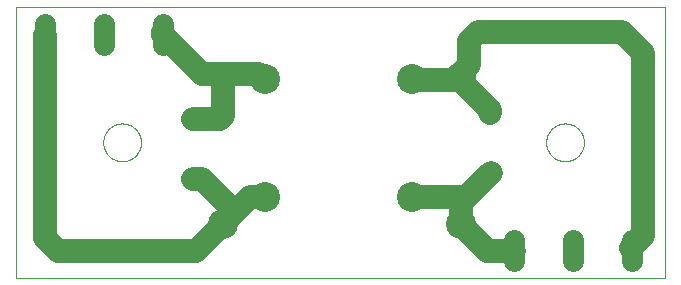
<source format=gbl>
G75*
%MOIN*%
%OFA0B0*%
%FSLAX25Y25*%
%IPPOS*%
%LPD*%
%AMOC8*
5,1,8,0,0,1.08239X$1,22.5*
%
%ADD10C,0.00000*%
%ADD11C,0.10000*%
%ADD12OC8,0.06300*%
%ADD13C,0.07050*%
%ADD14C,0.08000*%
D10*
X0001587Y0008595D02*
X0001587Y0099146D01*
X0217871Y0099146D01*
X0217871Y0008595D01*
X0001587Y0008595D01*
X0030595Y0053871D02*
X0030597Y0054029D01*
X0030603Y0054187D01*
X0030613Y0054345D01*
X0030627Y0054503D01*
X0030645Y0054660D01*
X0030666Y0054817D01*
X0030692Y0054973D01*
X0030722Y0055129D01*
X0030755Y0055284D01*
X0030793Y0055437D01*
X0030834Y0055590D01*
X0030879Y0055742D01*
X0030928Y0055893D01*
X0030981Y0056042D01*
X0031037Y0056190D01*
X0031097Y0056336D01*
X0031161Y0056481D01*
X0031229Y0056624D01*
X0031300Y0056766D01*
X0031374Y0056906D01*
X0031452Y0057043D01*
X0031534Y0057179D01*
X0031618Y0057313D01*
X0031707Y0057444D01*
X0031798Y0057573D01*
X0031893Y0057700D01*
X0031990Y0057825D01*
X0032091Y0057947D01*
X0032195Y0058066D01*
X0032302Y0058183D01*
X0032412Y0058297D01*
X0032525Y0058408D01*
X0032640Y0058517D01*
X0032758Y0058622D01*
X0032879Y0058724D01*
X0033002Y0058824D01*
X0033128Y0058920D01*
X0033256Y0059013D01*
X0033386Y0059103D01*
X0033519Y0059189D01*
X0033654Y0059273D01*
X0033790Y0059352D01*
X0033929Y0059429D01*
X0034070Y0059501D01*
X0034212Y0059571D01*
X0034356Y0059636D01*
X0034502Y0059698D01*
X0034649Y0059756D01*
X0034798Y0059811D01*
X0034948Y0059862D01*
X0035099Y0059909D01*
X0035251Y0059952D01*
X0035404Y0059991D01*
X0035559Y0060027D01*
X0035714Y0060058D01*
X0035870Y0060086D01*
X0036026Y0060110D01*
X0036183Y0060130D01*
X0036341Y0060146D01*
X0036498Y0060158D01*
X0036657Y0060166D01*
X0036815Y0060170D01*
X0036973Y0060170D01*
X0037131Y0060166D01*
X0037290Y0060158D01*
X0037447Y0060146D01*
X0037605Y0060130D01*
X0037762Y0060110D01*
X0037918Y0060086D01*
X0038074Y0060058D01*
X0038229Y0060027D01*
X0038384Y0059991D01*
X0038537Y0059952D01*
X0038689Y0059909D01*
X0038840Y0059862D01*
X0038990Y0059811D01*
X0039139Y0059756D01*
X0039286Y0059698D01*
X0039432Y0059636D01*
X0039576Y0059571D01*
X0039718Y0059501D01*
X0039859Y0059429D01*
X0039998Y0059352D01*
X0040134Y0059273D01*
X0040269Y0059189D01*
X0040402Y0059103D01*
X0040532Y0059013D01*
X0040660Y0058920D01*
X0040786Y0058824D01*
X0040909Y0058724D01*
X0041030Y0058622D01*
X0041148Y0058517D01*
X0041263Y0058408D01*
X0041376Y0058297D01*
X0041486Y0058183D01*
X0041593Y0058066D01*
X0041697Y0057947D01*
X0041798Y0057825D01*
X0041895Y0057700D01*
X0041990Y0057573D01*
X0042081Y0057444D01*
X0042170Y0057313D01*
X0042254Y0057179D01*
X0042336Y0057043D01*
X0042414Y0056906D01*
X0042488Y0056766D01*
X0042559Y0056624D01*
X0042627Y0056481D01*
X0042691Y0056336D01*
X0042751Y0056190D01*
X0042807Y0056042D01*
X0042860Y0055893D01*
X0042909Y0055742D01*
X0042954Y0055590D01*
X0042995Y0055437D01*
X0043033Y0055284D01*
X0043066Y0055129D01*
X0043096Y0054973D01*
X0043122Y0054817D01*
X0043143Y0054660D01*
X0043161Y0054503D01*
X0043175Y0054345D01*
X0043185Y0054187D01*
X0043191Y0054029D01*
X0043193Y0053871D01*
X0043191Y0053713D01*
X0043185Y0053555D01*
X0043175Y0053397D01*
X0043161Y0053239D01*
X0043143Y0053082D01*
X0043122Y0052925D01*
X0043096Y0052769D01*
X0043066Y0052613D01*
X0043033Y0052458D01*
X0042995Y0052305D01*
X0042954Y0052152D01*
X0042909Y0052000D01*
X0042860Y0051849D01*
X0042807Y0051700D01*
X0042751Y0051552D01*
X0042691Y0051406D01*
X0042627Y0051261D01*
X0042559Y0051118D01*
X0042488Y0050976D01*
X0042414Y0050836D01*
X0042336Y0050699D01*
X0042254Y0050563D01*
X0042170Y0050429D01*
X0042081Y0050298D01*
X0041990Y0050169D01*
X0041895Y0050042D01*
X0041798Y0049917D01*
X0041697Y0049795D01*
X0041593Y0049676D01*
X0041486Y0049559D01*
X0041376Y0049445D01*
X0041263Y0049334D01*
X0041148Y0049225D01*
X0041030Y0049120D01*
X0040909Y0049018D01*
X0040786Y0048918D01*
X0040660Y0048822D01*
X0040532Y0048729D01*
X0040402Y0048639D01*
X0040269Y0048553D01*
X0040134Y0048469D01*
X0039998Y0048390D01*
X0039859Y0048313D01*
X0039718Y0048241D01*
X0039576Y0048171D01*
X0039432Y0048106D01*
X0039286Y0048044D01*
X0039139Y0047986D01*
X0038990Y0047931D01*
X0038840Y0047880D01*
X0038689Y0047833D01*
X0038537Y0047790D01*
X0038384Y0047751D01*
X0038229Y0047715D01*
X0038074Y0047684D01*
X0037918Y0047656D01*
X0037762Y0047632D01*
X0037605Y0047612D01*
X0037447Y0047596D01*
X0037290Y0047584D01*
X0037131Y0047576D01*
X0036973Y0047572D01*
X0036815Y0047572D01*
X0036657Y0047576D01*
X0036498Y0047584D01*
X0036341Y0047596D01*
X0036183Y0047612D01*
X0036026Y0047632D01*
X0035870Y0047656D01*
X0035714Y0047684D01*
X0035559Y0047715D01*
X0035404Y0047751D01*
X0035251Y0047790D01*
X0035099Y0047833D01*
X0034948Y0047880D01*
X0034798Y0047931D01*
X0034649Y0047986D01*
X0034502Y0048044D01*
X0034356Y0048106D01*
X0034212Y0048171D01*
X0034070Y0048241D01*
X0033929Y0048313D01*
X0033790Y0048390D01*
X0033654Y0048469D01*
X0033519Y0048553D01*
X0033386Y0048639D01*
X0033256Y0048729D01*
X0033128Y0048822D01*
X0033002Y0048918D01*
X0032879Y0049018D01*
X0032758Y0049120D01*
X0032640Y0049225D01*
X0032525Y0049334D01*
X0032412Y0049445D01*
X0032302Y0049559D01*
X0032195Y0049676D01*
X0032091Y0049795D01*
X0031990Y0049917D01*
X0031893Y0050042D01*
X0031798Y0050169D01*
X0031707Y0050298D01*
X0031618Y0050429D01*
X0031534Y0050563D01*
X0031452Y0050699D01*
X0031374Y0050836D01*
X0031300Y0050976D01*
X0031229Y0051118D01*
X0031161Y0051261D01*
X0031097Y0051406D01*
X0031037Y0051552D01*
X0030981Y0051700D01*
X0030928Y0051849D01*
X0030879Y0052000D01*
X0030834Y0052152D01*
X0030793Y0052305D01*
X0030755Y0052458D01*
X0030722Y0052613D01*
X0030692Y0052769D01*
X0030666Y0052925D01*
X0030645Y0053082D01*
X0030627Y0053239D01*
X0030613Y0053397D01*
X0030603Y0053555D01*
X0030597Y0053713D01*
X0030595Y0053871D01*
X0178233Y0053871D02*
X0178235Y0054029D01*
X0178241Y0054187D01*
X0178251Y0054345D01*
X0178265Y0054503D01*
X0178283Y0054660D01*
X0178304Y0054817D01*
X0178330Y0054973D01*
X0178360Y0055129D01*
X0178393Y0055284D01*
X0178431Y0055437D01*
X0178472Y0055590D01*
X0178517Y0055742D01*
X0178566Y0055893D01*
X0178619Y0056042D01*
X0178675Y0056190D01*
X0178735Y0056336D01*
X0178799Y0056481D01*
X0178867Y0056624D01*
X0178938Y0056766D01*
X0179012Y0056906D01*
X0179090Y0057043D01*
X0179172Y0057179D01*
X0179256Y0057313D01*
X0179345Y0057444D01*
X0179436Y0057573D01*
X0179531Y0057700D01*
X0179628Y0057825D01*
X0179729Y0057947D01*
X0179833Y0058066D01*
X0179940Y0058183D01*
X0180050Y0058297D01*
X0180163Y0058408D01*
X0180278Y0058517D01*
X0180396Y0058622D01*
X0180517Y0058724D01*
X0180640Y0058824D01*
X0180766Y0058920D01*
X0180894Y0059013D01*
X0181024Y0059103D01*
X0181157Y0059189D01*
X0181292Y0059273D01*
X0181428Y0059352D01*
X0181567Y0059429D01*
X0181708Y0059501D01*
X0181850Y0059571D01*
X0181994Y0059636D01*
X0182140Y0059698D01*
X0182287Y0059756D01*
X0182436Y0059811D01*
X0182586Y0059862D01*
X0182737Y0059909D01*
X0182889Y0059952D01*
X0183042Y0059991D01*
X0183197Y0060027D01*
X0183352Y0060058D01*
X0183508Y0060086D01*
X0183664Y0060110D01*
X0183821Y0060130D01*
X0183979Y0060146D01*
X0184136Y0060158D01*
X0184295Y0060166D01*
X0184453Y0060170D01*
X0184611Y0060170D01*
X0184769Y0060166D01*
X0184928Y0060158D01*
X0185085Y0060146D01*
X0185243Y0060130D01*
X0185400Y0060110D01*
X0185556Y0060086D01*
X0185712Y0060058D01*
X0185867Y0060027D01*
X0186022Y0059991D01*
X0186175Y0059952D01*
X0186327Y0059909D01*
X0186478Y0059862D01*
X0186628Y0059811D01*
X0186777Y0059756D01*
X0186924Y0059698D01*
X0187070Y0059636D01*
X0187214Y0059571D01*
X0187356Y0059501D01*
X0187497Y0059429D01*
X0187636Y0059352D01*
X0187772Y0059273D01*
X0187907Y0059189D01*
X0188040Y0059103D01*
X0188170Y0059013D01*
X0188298Y0058920D01*
X0188424Y0058824D01*
X0188547Y0058724D01*
X0188668Y0058622D01*
X0188786Y0058517D01*
X0188901Y0058408D01*
X0189014Y0058297D01*
X0189124Y0058183D01*
X0189231Y0058066D01*
X0189335Y0057947D01*
X0189436Y0057825D01*
X0189533Y0057700D01*
X0189628Y0057573D01*
X0189719Y0057444D01*
X0189808Y0057313D01*
X0189892Y0057179D01*
X0189974Y0057043D01*
X0190052Y0056906D01*
X0190126Y0056766D01*
X0190197Y0056624D01*
X0190265Y0056481D01*
X0190329Y0056336D01*
X0190389Y0056190D01*
X0190445Y0056042D01*
X0190498Y0055893D01*
X0190547Y0055742D01*
X0190592Y0055590D01*
X0190633Y0055437D01*
X0190671Y0055284D01*
X0190704Y0055129D01*
X0190734Y0054973D01*
X0190760Y0054817D01*
X0190781Y0054660D01*
X0190799Y0054503D01*
X0190813Y0054345D01*
X0190823Y0054187D01*
X0190829Y0054029D01*
X0190831Y0053871D01*
X0190829Y0053713D01*
X0190823Y0053555D01*
X0190813Y0053397D01*
X0190799Y0053239D01*
X0190781Y0053082D01*
X0190760Y0052925D01*
X0190734Y0052769D01*
X0190704Y0052613D01*
X0190671Y0052458D01*
X0190633Y0052305D01*
X0190592Y0052152D01*
X0190547Y0052000D01*
X0190498Y0051849D01*
X0190445Y0051700D01*
X0190389Y0051552D01*
X0190329Y0051406D01*
X0190265Y0051261D01*
X0190197Y0051118D01*
X0190126Y0050976D01*
X0190052Y0050836D01*
X0189974Y0050699D01*
X0189892Y0050563D01*
X0189808Y0050429D01*
X0189719Y0050298D01*
X0189628Y0050169D01*
X0189533Y0050042D01*
X0189436Y0049917D01*
X0189335Y0049795D01*
X0189231Y0049676D01*
X0189124Y0049559D01*
X0189014Y0049445D01*
X0188901Y0049334D01*
X0188786Y0049225D01*
X0188668Y0049120D01*
X0188547Y0049018D01*
X0188424Y0048918D01*
X0188298Y0048822D01*
X0188170Y0048729D01*
X0188040Y0048639D01*
X0187907Y0048553D01*
X0187772Y0048469D01*
X0187636Y0048390D01*
X0187497Y0048313D01*
X0187356Y0048241D01*
X0187214Y0048171D01*
X0187070Y0048106D01*
X0186924Y0048044D01*
X0186777Y0047986D01*
X0186628Y0047931D01*
X0186478Y0047880D01*
X0186327Y0047833D01*
X0186175Y0047790D01*
X0186022Y0047751D01*
X0185867Y0047715D01*
X0185712Y0047684D01*
X0185556Y0047656D01*
X0185400Y0047632D01*
X0185243Y0047612D01*
X0185085Y0047596D01*
X0184928Y0047584D01*
X0184769Y0047576D01*
X0184611Y0047572D01*
X0184453Y0047572D01*
X0184295Y0047576D01*
X0184136Y0047584D01*
X0183979Y0047596D01*
X0183821Y0047612D01*
X0183664Y0047632D01*
X0183508Y0047656D01*
X0183352Y0047684D01*
X0183197Y0047715D01*
X0183042Y0047751D01*
X0182889Y0047790D01*
X0182737Y0047833D01*
X0182586Y0047880D01*
X0182436Y0047931D01*
X0182287Y0047986D01*
X0182140Y0048044D01*
X0181994Y0048106D01*
X0181850Y0048171D01*
X0181708Y0048241D01*
X0181567Y0048313D01*
X0181428Y0048390D01*
X0181292Y0048469D01*
X0181157Y0048553D01*
X0181024Y0048639D01*
X0180894Y0048729D01*
X0180766Y0048822D01*
X0180640Y0048918D01*
X0180517Y0049018D01*
X0180396Y0049120D01*
X0180278Y0049225D01*
X0180163Y0049334D01*
X0180050Y0049445D01*
X0179940Y0049559D01*
X0179833Y0049676D01*
X0179729Y0049795D01*
X0179628Y0049917D01*
X0179531Y0050042D01*
X0179436Y0050169D01*
X0179345Y0050298D01*
X0179256Y0050429D01*
X0179172Y0050563D01*
X0179090Y0050699D01*
X0179012Y0050836D01*
X0178938Y0050976D01*
X0178867Y0051118D01*
X0178799Y0051261D01*
X0178735Y0051406D01*
X0178675Y0051552D01*
X0178619Y0051700D01*
X0178566Y0051849D01*
X0178517Y0052000D01*
X0178472Y0052152D01*
X0178431Y0052305D01*
X0178393Y0052458D01*
X0178360Y0052613D01*
X0178330Y0052769D01*
X0178304Y0052925D01*
X0178283Y0053082D01*
X0178265Y0053239D01*
X0178251Y0053397D01*
X0178241Y0053555D01*
X0178235Y0053713D01*
X0178233Y0053871D01*
D11*
X0149808Y0075800D03*
X0133627Y0074894D03*
X0084414Y0074894D03*
X0070674Y0075800D03*
X0084414Y0035524D03*
X0070674Y0026587D03*
X0133627Y0035524D03*
X0149808Y0026587D03*
D12*
X0159729Y0043635D03*
X0159729Y0063635D03*
X0060517Y0061902D03*
X0060517Y0041902D03*
D13*
X0050501Y0086322D02*
X0050501Y0093372D01*
X0030816Y0093372D02*
X0030816Y0086322D01*
X0011131Y0086322D02*
X0011131Y0093372D01*
X0167414Y0021325D02*
X0167414Y0014275D01*
X0187099Y0014275D02*
X0187099Y0021325D01*
X0206784Y0021325D02*
X0206784Y0014275D01*
D14*
X0206619Y0018595D02*
X0210619Y0022595D01*
X0210619Y0083595D01*
X0203619Y0090595D01*
X0156619Y0090595D01*
X0155619Y0090595D02*
X0152619Y0087595D01*
X0152619Y0079595D01*
X0149619Y0076595D01*
X0149619Y0075595D01*
X0148619Y0074595D01*
X0133619Y0074595D01*
X0149619Y0074595D02*
X0159619Y0064595D01*
X0159619Y0063595D01*
X0159729Y0043635D02*
X0156998Y0040904D01*
X0151619Y0035524D01*
X0133627Y0035524D01*
X0149808Y0033713D02*
X0156998Y0040904D01*
X0149808Y0033713D02*
X0149808Y0026587D01*
X0158595Y0017800D01*
X0167414Y0017800D01*
X0084619Y0035595D02*
X0079619Y0035595D01*
X0061619Y0017595D01*
X0015619Y0017595D01*
X0011119Y0022095D01*
X0011119Y0026595D01*
X0011119Y0089595D01*
X0050619Y0089595D02*
X0063619Y0076595D01*
X0082619Y0076595D01*
X0084619Y0074595D01*
X0070619Y0074595D02*
X0070619Y0062595D01*
X0069619Y0061595D01*
X0060619Y0061595D01*
X0060619Y0041595D02*
X0063619Y0041595D01*
X0073619Y0031595D01*
X0050619Y0089595D02*
X0050619Y0090595D01*
M02*

</source>
